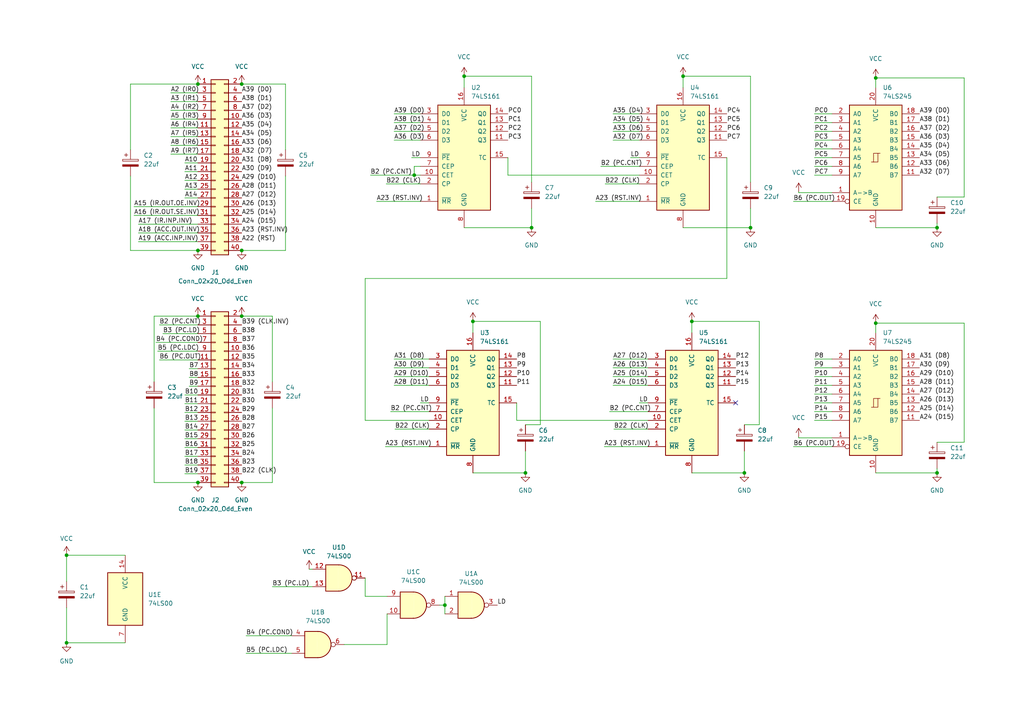
<source format=kicad_sch>
(kicad_sch (version 20211123) (generator eeschema)
  (paper "A4")
  (lib_symbols
    (symbol "74xx:74LS00" (pin_names (offset 1.016))
      (property "Reference" "U" (at 0 1.27 0))
      (property "Value" "74LS00" (at 0 -1.27 0))
      (symbol "74LS00_1_1"
        (arc (start 0 -3.81) (mid 3.81 0) (end 0 3.81) (stroke (width 0.254)) (fill (type background)))
        (polyline (pts (xy 0 3.81) (xy -3.81 3.81) (xy -3.81 -3.81) (xy 0 -3.81)) (stroke (width 0.254)) (fill (type background)))
        (pin input line (at -7.62 2.54 0) (length 3.81) (name "~") (number "1"))
        (pin input line (at -7.62 -2.54 0) (length 3.81) (name "~") (number "2"))
        (pin output inverted (at 7.62 0 180) (length 3.81) (name "~") (number "3"))
      )
      (symbol "74LS00_1_2"
        (arc (start -3.81 -3.81) (mid -2.589 0) (end -3.81 3.81) (stroke (width 0.254)))
        (arc (start -0.6096 -3.81) (mid 2.1855 -2.584) (end 3.81 0) (stroke (width 0.254)) (fill (type background)))
        (polyline (pts (xy -3.81 -3.81) (xy -0.635 -3.81)) (stroke (width 0.254)) (fill (type background)))
        (polyline (pts (xy -3.81 3.81) (xy -0.635 3.81)) (stroke (width 0.254)) (fill (type background)))
        (polyline (pts (xy -0.635 3.81) (xy -3.81 3.81) (xy -3.81 3.81) (xy -3.556 3.4036) (xy -3.0226 2.2606) (xy -2.6924 1.0414) (xy -2.6162 -0.254) (xy -2.7686 -1.4986) (xy -3.175 -2.7178) (xy -3.81 -3.81) (xy -3.81 -3.81) (xy -0.635 -3.81)) (stroke (width -25.4)) (fill (type background)))
        (arc (start 3.81 0) (mid 2.1928 2.5925) (end -0.6096 3.81) (stroke (width 0.254)) (fill (type background)))
        (pin input inverted (at -7.62 2.54 0) (length 4.318) (name "~") (number "1"))
        (pin input inverted (at -7.62 -2.54 0) (length 4.318) (name "~") (number "2"))
        (pin output line (at 7.62 0 180) (length 3.81) (name "~") (number "3"))
      )
      (symbol "74LS00_2_1"
        (arc (start 0 -3.81) (mid 3.81 0) (end 0 3.81) (stroke (width 0.254)) (fill (type background)))
        (polyline (pts (xy 0 3.81) (xy -3.81 3.81) (xy -3.81 -3.81) (xy 0 -3.81)) (stroke (width 0.254)) (fill (type background)))
        (pin input line (at -7.62 2.54 0) (length 3.81) (name "~") (number "4"))
        (pin input line (at -7.62 -2.54 0) (length 3.81) (name "~") (number "5"))
        (pin output inverted (at 7.62 0 180) (length 3.81) (name "~") (number "6"))
      )
      (symbol "74LS00_2_2"
        (arc (start -3.81 -3.81) (mid -2.589 0) (end -3.81 3.81) (stroke (width 0.254)))
        (arc (start -0.6096 -3.81) (mid 2.1855 -2.584) (end 3.81 0) (stroke (width 0.254)) (fill (type background)))
        (polyline (pts (xy -3.81 -3.81) (xy -0.635 -3.81)) (stroke (width 0.254)) (fill (type background)))
        (polyline (pts (xy -3.81 3.81) (xy -0.635 3.81)) (stroke (width 0.254)) (fill (type background)))
        (polyline (pts (xy -0.635 3.81) (xy -3.81 3.81) (xy -3.81 3.81) (xy -3.556 3.4036) (xy -3.0226 2.2606) (xy -2.6924 1.0414) (xy -2.6162 -0.254) (xy -2.7686 -1.4986) (xy -3.175 -2.7178) (xy -3.81 -3.81) (xy -3.81 -3.81) (xy -0.635 -3.81)) (stroke (width -25.4)) (fill (type background)))
        (arc (start 3.81 0) (mid 2.1928 2.5925) (end -0.6096 3.81) (stroke (width 0.254)) (fill (type background)))
        (pin input inverted (at -7.62 2.54 0) (length 4.318) (name "~") (number "4"))
        (pin input inverted (at -7.62 -2.54 0) (length 4.318) (name "~") (number "5"))
        (pin output line (at 7.62 0 180) (length 3.81) (name "~") (number "6"))
      )
      (symbol "74LS00_3_1"
        (arc (start 0 -3.81) (mid 3.81 0) (end 0 3.81) (stroke (width 0.254)) (fill (type background)))
        (polyline (pts (xy 0 3.81) (xy -3.81 3.81) (xy -3.81 -3.81) (xy 0 -3.81)) (stroke (width 0.254)) (fill (type background)))
        (pin input line (at -7.62 -2.54 0) (length 3.81) (name "~") (number "10"))
        (pin output inverted (at 7.62 0 180) (length 3.81) (name "~") (number "8"))
        (pin input line (at -7.62 2.54 0) (length 3.81) (name "~") (number "9"))
      )
      (symbol "74LS00_3_2"
        (arc (start -3.81 -3.81) (mid -2.589 0) (end -3.81 3.81) (stroke (width 0.254)))
        (arc (start -0.6096 -3.81) (mid 2.1855 -2.584) (end 3.81 0) (stroke (width 0.254)) (fill (type background)))
        (polyline (pts (xy -3.81 -3.81) (xy -0.635 -3.81)) (stroke (width 0.254)) (fill (type background)))
        (polyline (pts (xy -3.81 3.81) (xy -0.635 3.81)) (stroke (width 0.254)) (fill (type background)))
        (polyline (pts (xy -0.635 3.81) (xy -3.81 3.81) (xy -3.81 3.81) (xy -3.556 3.4036) (xy -3.0226 2.2606) (xy -2.6924 1.0414) (xy -2.6162 -0.254) (xy -2.7686 -1.4986) (xy -3.175 -2.7178) (xy -3.81 -3.81) (xy -3.81 -3.81) (xy -0.635 -3.81)) (stroke (width -25.4)) (fill (type background)))
        (arc (start 3.81 0) (mid 2.1928 2.5925) (end -0.6096 3.81) (stroke (width 0.254)) (fill (type background)))
        (pin input inverted (at -7.62 -2.54 0) (length 4.318) (name "~") (number "10"))
        (pin output line (at 7.62 0 180) (length 3.81) (name "~") (number "8"))
        (pin input inverted (at -7.62 2.54 0) (length 4.318) (name "~") (number "9"))
      )
      (symbol "74LS00_4_1"
        (arc (start 0 -3.81) (mid 3.81 0) (end 0 3.81) (stroke (width 0.254)) (fill (type background)))
        (polyline (pts (xy 0 3.81) (xy -3.81 3.81) (xy -3.81 -3.81) (xy 0 -3.81)) (stroke (width 0.254)) (fill (type background)))
        (pin output inverted (at 7.62 0 180) (length 3.81) (name "~") (number "11"))
        (pin input line (at -7.62 2.54 0) (length 3.81) (name "~") (number "12"))
        (pin input line (at -7.62 -2.54 0) (length 3.81) (name "~") (number "13"))
      )
      (symbol "74LS00_4_2"
        (arc (start -3.81 -3.81) (mid -2.589 0) (end -3.81 3.81) (stroke (width 0.254)))
        (arc (start -0.6096 -3.81) (mid 2.1855 -2.584) (end 3.81 0) (stroke (width 0.254)) (fill (type background)))
        (polyline (pts (xy -3.81 -3.81) (xy -0.635 -3.81)) (stroke (width 0.254)) (fill (type background)))
        (polyline (pts (xy -3.81 3.81) (xy -0.635 3.81)) (stroke (width 0.254)) (fill (type background)))
        (polyline (pts (xy -0.635 3.81) (xy -3.81 3.81) (xy -3.81 3.81) (xy -3.556 3.4036) (xy -3.0226 2.2606) (xy -2.6924 1.0414) (xy -2.6162 -0.254) (xy -2.7686 -1.4986) (xy -3.175 -2.7178) (xy -3.81 -3.81) (xy -3.81 -3.81) (xy -0.635 -3.81)) (stroke (width -25.4)) (fill (type background)))
        (arc (start 3.81 0) (mid 2.1928 2.5925) (end -0.6096 3.81) (stroke (width 0.254)) (fill (type background)))
        (pin output line (at 7.62 0 180) (length 3.81) (name "~") (number "11"))
        (pin input inverted (at -7.62 2.54 0) (length 4.318) (name "~") (number "12"))
        (pin input inverted (at -7.62 -2.54 0) (length 4.318) (name "~") (number "13"))
      )
      (symbol "74LS00_5_0"
        (pin power_in line (at 0 12.7 270) (length 5.08) (name "VCC") (number "14"))
        (pin power_in line (at 0 -12.7 90) (length 5.08) (name "GND") (number "7"))
      )
      (symbol "74LS00_5_1"
        (rectangle (start -5.08 7.62) (end 5.08 -7.62) (stroke (width 0.254)) (fill (type background)))
      )
    )
    (symbol "74xx:74LS161" (pin_names (offset 1.016))
      (property "Reference" "U" (at -7.62 16.51 0))
      (property "Value" "74LS161" (at -7.62 -16.51 0))
      (symbol "74LS161_1_0"
        (pin input line (at -12.7 -12.7 0) (length 5.08) (name "~{MR}") (number "1"))
        (pin input line (at -12.7 -5.08 0) (length 5.08) (name "CET") (number "10"))
        (pin output line (at 12.7 5.08 180) (length 5.08) (name "Q3") (number "11"))
        (pin output line (at 12.7 7.62 180) (length 5.08) (name "Q2") (number "12"))
        (pin output line (at 12.7 10.16 180) (length 5.08) (name "Q1") (number "13"))
        (pin output line (at 12.7 12.7 180) (length 5.08) (name "Q0") (number "14"))
        (pin output line (at 12.7 0 180) (length 5.08) (name "TC") (number "15"))
        (pin power_in line (at 0 20.32 270) (length 5.08) (name "VCC") (number "16"))
        (pin input line (at -12.7 -7.62 0) (length 5.08) (name "CP") (number "2"))
        (pin input line (at -12.7 12.7 0) (length 5.08) (name "D0") (number "3"))
        (pin input line (at -12.7 10.16 0) (length 5.08) (name "D1") (number "4"))
        (pin input line (at -12.7 7.62 0) (length 5.08) (name "D2") (number "5"))
        (pin input line (at -12.7 5.08 0) (length 5.08) (name "D3") (number "6"))
        (pin input line (at -12.7 -2.54 0) (length 5.08) (name "CEP") (number "7"))
        (pin power_in line (at 0 -20.32 90) (length 5.08) (name "GND") (number "8"))
        (pin input line (at -12.7 0 0) (length 5.08) (name "~{PE}") (number "9"))
      )
      (symbol "74LS161_1_1"
        (rectangle (start -7.62 15.24) (end 7.62 -15.24) (stroke (width 0.254)) (fill (type background)))
      )
    )
    (symbol "74xx:74LS245" (pin_names (offset 1.016))
      (property "Reference" "U" (at -7.62 16.51 0))
      (property "Value" "74LS245" (at -7.62 -16.51 0))
      (symbol "74LS245_1_0"
        (polyline (pts (xy -0.635 -1.27) (xy -0.635 1.27) (xy 0.635 1.27)))
        (polyline (pts (xy -1.27 -1.27) (xy 0.635 -1.27) (xy 0.635 1.27) (xy 1.27 1.27)))
        (pin input line (at -12.7 -10.16 0) (length 5.08) (name "A->B") (number "1"))
        (pin power_in line (at 0 -20.32 90) (length 5.08) (name "GND") (number "10"))
        (pin tri_state line (at 12.7 -5.08 180) (length 5.08) (name "B7") (number "11"))
        (pin tri_state line (at 12.7 -2.54 180) (length 5.08) (name "B6") (number "12"))
        (pin tri_state line (at 12.7 0 180) (length 5.08) (name "B5") (number "13"))
        (pin tri_state line (at 12.7 2.54 180) (length 5.08) (name "B4") (number "14"))
        (pin tri_state line (at 12.7 5.08 180) (length 5.08) (name "B3") (number "15"))
        (pin tri_state line (at 12.7 7.62 180) (length 5.08) (name "B2") (number "16"))
        (pin tri_state line (at 12.7 10.16 180) (length 5.08) (name "B1") (number "17"))
        (pin tri_state line (at 12.7 12.7 180) (length 5.08) (name "B0") (number "18"))
        (pin input inverted (at -12.7 -12.7 0) (length 5.08) (name "CE") (number "19"))
        (pin tri_state line (at -12.7 12.7 0) (length 5.08) (name "A0") (number "2"))
        (pin power_in line (at 0 20.32 270) (length 5.08) (name "VCC") (number "20"))
        (pin tri_state line (at -12.7 10.16 0) (length 5.08) (name "A1") (number "3"))
        (pin tri_state line (at -12.7 7.62 0) (length 5.08) (name "A2") (number "4"))
        (pin tri_state line (at -12.7 5.08 0) (length 5.08) (name "A3") (number "5"))
        (pin tri_state line (at -12.7 2.54 0) (length 5.08) (name "A4") (number "6"))
        (pin tri_state line (at -12.7 0 0) (length 5.08) (name "A5") (number "7"))
        (pin tri_state line (at -12.7 -2.54 0) (length 5.08) (name "A6") (number "8"))
        (pin tri_state line (at -12.7 -5.08 0) (length 5.08) (name "A7") (number "9"))
      )
      (symbol "74LS245_1_1"
        (rectangle (start -7.62 15.24) (end 7.62 -15.24) (stroke (width 0.254)) (fill (type background)))
      )
    )
    (symbol "Connector_Generic:Conn_02x20_Odd_Even" (pin_names (offset 1.016) hide)
      (property "Reference" "J" (at 1.27 25.4 0))
      (property "Value" "Conn_02x20_Odd_Even" (at 1.27 -27.94 0))
      (symbol "Conn_02x20_Odd_Even_1_1"
        (rectangle (start -1.27 -25.273) (end 0 -25.527) (stroke (width 0.1524)))
        (rectangle (start -1.27 -22.733) (end 0 -22.987) (stroke (width 0.1524)))
        (rectangle (start -1.27 -20.193) (end 0 -20.447) (stroke (width 0.1524)))
        (rectangle (start -1.27 -17.653) (end 0 -17.907) (stroke (width 0.1524)))
        (rectangle (start -1.27 -15.113) (end 0 -15.367) (stroke (width 0.1524)))
        (rectangle (start -1.27 -12.573) (end 0 -12.827) (stroke (width 0.1524)))
        (rectangle (start -1.27 -10.033) (end 0 -10.287) (stroke (width 0.1524)))
        (rectangle (start -1.27 -7.493) (end 0 -7.747) (stroke (width 0.1524)))
        (rectangle (start -1.27 -4.953) (end 0 -5.207) (stroke (width 0.1524)))
        (rectangle (start -1.27 -2.413) (end 0 -2.667) (stroke (width 0.1524)))
        (rectangle (start -1.27 0.127) (end 0 -0.127) (stroke (width 0.1524)))
        (rectangle (start -1.27 2.667) (end 0 2.413) (stroke (width 0.1524)))
        (rectangle (start -1.27 5.207) (end 0 4.953) (stroke (width 0.1524)))
        (rectangle (start -1.27 7.747) (end 0 7.493) (stroke (width 0.1524)))
        (rectangle (start -1.27 10.287) (end 0 10.033) (stroke (width 0.1524)))
        (rectangle (start -1.27 12.827) (end 0 12.573) (stroke (width 0.1524)))
        (rectangle (start -1.27 15.367) (end 0 15.113) (stroke (width 0.1524)))
        (rectangle (start -1.27 17.907) (end 0 17.653) (stroke (width 0.1524)))
        (rectangle (start -1.27 20.447) (end 0 20.193) (stroke (width 0.1524)))
        (rectangle (start -1.27 22.987) (end 0 22.733) (stroke (width 0.1524)))
        (rectangle (start -1.27 24.13) (end 3.81 -26.67) (stroke (width 0.254)) (fill (type background)))
        (rectangle (start 3.81 -25.273) (end 2.54 -25.527) (stroke (width 0.1524)))
        (rectangle (start 3.81 -22.733) (end 2.54 -22.987) (stroke (width 0.1524)))
        (rectangle (start 3.81 -20.193) (end 2.54 -20.447) (stroke (width 0.1524)))
        (rectangle (start 3.81 -17.653) (end 2.54 -17.907) (stroke (width 0.1524)))
        (rectangle (start 3.81 -15.113) (end 2.54 -15.367) (stroke (width 0.1524)))
        (rectangle (start 3.81 -12.573) (end 2.54 -12.827) (stroke (width 0.1524)))
        (rectangle (start 3.81 -10.033) (end 2.54 -10.287) (stroke (width 0.1524)))
        (rectangle (start 3.81 -7.493) (end 2.54 -7.747) (stroke (width 0.1524)))
        (rectangle (start 3.81 -4.953) (end 2.54 -5.207) (stroke (width 0.1524)))
        (rectangle (start 3.81 -2.413) (end 2.54 -2.667) (stroke (width 0.1524)))
        (rectangle (start 3.81 0.127) (end 2.54 -0.127) (stroke (width 0.1524)))
        (rectangle (start 3.81 2.667) (end 2.54 2.413) (stroke (width 0.1524)))
        (rectangle (start 3.81 5.207) (end 2.54 4.953) (stroke (width 0.1524)))
        (rectangle (start 3.81 7.747) (end 2.54 7.493) (stroke (width 0.1524)))
        (rectangle (start 3.81 10.287) (end 2.54 10.033) (stroke (width 0.1524)))
        (rectangle (start 3.81 12.827) (end 2.54 12.573) (stroke (width 0.1524)))
        (rectangle (start 3.81 15.367) (end 2.54 15.113) (stroke (width 0.1524)))
        (rectangle (start 3.81 17.907) (end 2.54 17.653) (stroke (width 0.1524)))
        (rectangle (start 3.81 20.447) (end 2.54 20.193) (stroke (width 0.1524)))
        (rectangle (start 3.81 22.987) (end 2.54 22.733) (stroke (width 0.1524)))
        (pin passive line (at -5.08 22.86 0) (length 3.81) (name "Pin_1") (number "1"))
        (pin passive line (at 7.62 12.7 180) (length 3.81) (name "Pin_10") (number "10"))
        (pin passive line (at -5.08 10.16 0) (length 3.81) (name "Pin_11") (number "11"))
        (pin passive line (at 7.62 10.16 180) (length 3.81) (name "Pin_12") (number "12"))
        (pin passive line (at -5.08 7.62 0) (length 3.81) (name "Pin_13") (number "13"))
        (pin passive line (at 7.62 7.62 180) (length 3.81) (name "Pin_14") (number "14"))
        (pin passive line (at -5.08 5.08 0) (length 3.81) (name "Pin_15") (number "15"))
        (pin passive line (at 7.62 5.08 180) (length 3.81) (name "Pin_16") (number "16"))
        (pin passive line (at -5.08 2.54 0) (length 3.81) (name "Pin_17") (number "17"))
        (pin passive line (at 7.62 2.54 180) (length 3.81) (name "Pin_18") (number "18"))
        (pin passive line (at -5.08 0 0) (length 3.81) (name "Pin_19") (number "19"))
        (pin passive line (at 7.62 22.86 180) (length 3.81) (name "Pin_2") (number "2"))
        (pin passive line (at 7.62 0 180) (length 3.81) (name "Pin_20") (number "20"))
        (pin passive line (at -5.08 -2.54 0) (length 3.81) (name "Pin_21") (number "21"))
        (pin passive line (at 7.62 -2.54 180) (length 3.81) (name "Pin_22") (number "22"))
        (pin passive line (at -5.08 -5.08 0) (length 3.81) (name "Pin_23") (number "23"))
        (pin passive line (at 7.62 -5.08 180) (length 3.81) (name "Pin_24") (number "24"))
        (pin passive line (at -5.08 -7.62 0) (length 3.81) (name "Pin_25") (number "25"))
        (pin passive line (at 7.62 -7.62 180) (length 3.81) (name "Pin_26") (number "26"))
        (pin passive line (at -5.08 -10.16 0) (length 3.81) (name "Pin_27") (number "27"))
        (pin passive line (at 7.62 -10.16 180) (length 3.81) (name "Pin_28") (number "28"))
        (pin passive line (at -5.08 -12.7 0) (length 3.81) (name "Pin_29") (number "29"))
        (pin passive line (at -5.08 20.32 0) (length 3.81) (name "Pin_3") (number "3"))
        (pin passive line (at 7.62 -12.7 180) (length 3.81) (name "Pin_30") (number "30"))
        (pin passive line (at -5.08 -15.24 0) (length 3.81) (name "Pin_31") (number "31"))
        (pin passive line (at 7.62 -15.24 180) (length 3.81) (name "Pin_32") (number "32"))
        (pin passive line (at -5.08 -17.78 0) (length 3.81) (name "Pin_33") (number "33"))
        (pin passive line (at 7.62 -17.78 180) (length 3.81) (name "Pin_34") (number "34"))
        (pin passive line (at -5.08 -20.32 0) (length 3.81) (name "Pin_35") (number "35"))
        (pin passive line (at 7.62 -20.32 180) (length 3.81) (name "Pin_36") (number "36"))
        (pin passive line (at -5.08 -22.86 0) (length 3.81) (name "Pin_37") (number "37"))
        (pin passive line (at 7.62 -22.86 180) (length 3.81) (name "Pin_38") (number "38"))
        (pin passive line (at -5.08 -25.4 0) (length 3.81) (name "Pin_39") (number "39"))
        (pin passive line (at 7.62 20.32 180) (length 3.81) (name "Pin_4") (number "4"))
        (pin passive line (at 7.62 -25.4 180) (length 3.81) (name "Pin_40") (number "40"))
        (pin passive line (at -5.08 17.78 0) (length 3.81) (name "Pin_5") (number "5"))
        (pin passive line (at 7.62 17.78 180) (length 3.81) (name "Pin_6") (number "6"))
        (pin passive line (at -5.08 15.24 0) (length 3.81) (name "Pin_7") (number "7"))
        (pin passive line (at 7.62 15.24 180) (length 3.81) (name "Pin_8") (number "8"))
        (pin passive line (at -5.08 12.7 0) (length 3.81) (name "Pin_9") (number "9"))
      )
    )
    (symbol "Device:C_Polarized" (pin_numbers hide) (pin_names (offset 0.254))
      (property "Reference" "C" (at 0.635 2.54 0))
      (property "Value" "C_Polarized" (at 0.635 -2.54 0))
      (symbol "C_Polarized_0_1"
        (rectangle (start -2.286 0.508) (end 2.286 1.016))
        (polyline (pts (xy -1.778 2.286) (xy -0.762 2.286)))
        (polyline (pts (xy -1.27 2.794) (xy -1.27 1.778)))
        (rectangle (start 2.286 -0.508) (end -2.286 -1.016) (fill (type outline)))
      )
      (symbol "C_Polarized_1_1"
        (pin passive line (at 0 3.81 270) (length 2.794) (name "~") (number "1"))
        (pin passive line (at 0 -3.81 90) (length 2.794) (name "~") (number "2"))
      )
    )
    (symbol "power:GND" (power) (pin_names (offset 0))
      (property "Value" "GND" (at 0 -3.81 0))
      (symbol "GND_0_1"
        (polyline (pts (xy 0 0) (xy 0 -1.27) (xy 1.27 -1.27) (xy 0 -2.54) (xy -1.27 -1.27) (xy 0 -1.27)))
      )
      (symbol "GND_1_1"
        (pin power_in line (at 0 0 270) (length 0) hide (name "GND") (number "1"))
      )
    )
    (symbol "power:VCC" (power) (pin_names (offset 0))
      (property "Value" "VCC" (at 0 3.81 0))
      (symbol "VCC_0_1"
        (polyline (pts (xy -0.762 1.27) (xy 0 2.54)))
        (polyline (pts (xy 0 0) (xy 0 2.54)))
        (polyline (pts (xy 0 2.54) (xy 0.762 1.27)))
      )
      (symbol "VCC_1_1"
        (pin power_in line (at 0 0 90) (length 0) hide (name "VCC") (number "1"))
      )
    )
  )
  (junction (at 19.304 161.036))
  (junction (at 70.104 91.694))
  (junction (at 200.66 93.218))
  (junction (at 154.178 66.04))
  (junction (at 70.104 139.954))
  (junction (at 120.142 50.8))
  (junction (at 198.12 22.098))
  (junction (at 57.404 72.644))
  (junction (at 271.78 66.04))
  (junction (at 215.9 137.16))
  (junction (at 134.62 22.098))
  (junction (at 19.304 186.436))
  (junction (at 271.78 137.16))
  (junction (at 129.032 175.514))
  (junction (at 137.16 93.218))
  (junction (at 254 22.606))
  (junction (at 57.404 24.384))
  (junction (at 57.404 139.954))
  (junction (at 57.404 91.694))
  (junction (at 70.104 72.644))
  (junction (at 70.104 24.384))
  (junction (at 217.678 66.04))
  (junction (at 254 93.726))
  (junction (at 152.4 137.16))
  (no_connect (at 213.36 116.84))
  (wire (pts (xy 177.8 40.64) (xy 185.42 40.64)))
  (wire (pts (xy 114.3 104.14) (xy 124.46 104.14)))
  (wire (pts (xy 231.648 55.88) (xy 231.648 55.626)))
  (wire (pts (xy 271.78 137.16) (xy 271.78 135.89)))
  (wire (pts (xy 114.3 106.68) (xy 124.46 106.68)))
  (wire (pts (xy 134.62 22.098) (xy 154.178 22.098)))
  (wire (pts (xy 19.304 161.036) (xy 36.322 161.036)))
  (wire (pts (xy 279.654 22.606) (xy 279.654 57.15)))
  (wire (pts (xy 53.594 137.414) (xy 57.404 137.414)))
  (wire (pts (xy 107.442 50.8) (xy 120.142 50.8)))
  (wire (pts (xy 254 22.606) (xy 279.654 22.606)))
  (wire (pts (xy 198.12 25.4) (xy 198.12 22.098)))
  (wire (pts (xy 82.804 24.384) (xy 82.804 43.434)))
  (wire (pts (xy 254 25.4) (xy 254 22.606)))
  (wire (pts (xy 236.22 114.3) (xy 241.3 114.3)))
  (wire (pts (xy 53.594 124.714) (xy 57.404 124.714)))
  (wire (pts (xy 129.032 175.514) (xy 129.032 178.054)))
  (wire (pts (xy 45.212 99.314) (xy 57.404 99.314)))
  (wire (pts (xy 149.86 121.92) (xy 187.96 121.92)))
  (wire (pts (xy 185.42 116.84) (xy 187.96 116.84)))
  (wire (pts (xy 175.514 53.34) (xy 185.42 53.34)))
  (wire (pts (xy 40.132 70.104) (xy 57.404 70.104)))
  (wire (pts (xy 215.9 137.16) (xy 215.9 130.81)))
  (wire (pts (xy 236.22 48.26) (xy 241.3 48.26)))
  (wire (pts (xy 70.104 91.694) (xy 78.994 91.694)))
  (wire (pts (xy 220.218 93.218) (xy 220.218 123.19)))
  (wire (pts (xy 236.22 111.76) (xy 241.3 111.76)))
  (wire (pts (xy 236.22 121.92) (xy 241.3 121.92)))
  (wire (pts (xy 49.53 34.544) (xy 57.404 34.544)))
  (wire (pts (xy 53.594 127.254) (xy 57.404 127.254)))
  (wire (pts (xy 49.53 26.924) (xy 57.404 26.924)))
  (wire (pts (xy 279.654 128.27) (xy 271.78 128.27)))
  (wire (pts (xy 19.304 176.276) (xy 19.304 186.436)))
  (wire (pts (xy 210.82 45.72) (xy 210.82 80.772)))
  (wire (pts (xy 120.142 48.26) (xy 121.92 48.26)))
  (wire (pts (xy 70.104 72.644) (xy 82.804 72.644)))
  (wire (pts (xy 156.718 123.19) (xy 152.4 123.19)))
  (wire (pts (xy 241.3 127) (xy 231.648 127)))
  (wire (pts (xy 49.53 39.624) (xy 57.404 39.624)))
  (wire (pts (xy 177.8 35.56) (xy 185.42 35.56)))
  (wire (pts (xy 182.88 45.72) (xy 185.42 45.72)))
  (wire (pts (xy 149.86 116.84) (xy 149.86 121.92)))
  (wire (pts (xy 114.3 109.22) (xy 124.46 109.22)))
  (wire (pts (xy 78.994 139.954) (xy 78.994 118.364)))
  (wire (pts (xy 236.22 116.84) (xy 241.3 116.84)))
  (wire (pts (xy 152.4 137.16) (xy 152.4 130.81)))
  (wire (pts (xy 53.594 49.784) (xy 57.404 49.784)))
  (wire (pts (xy 19.304 186.436) (xy 36.322 186.436)))
  (wire (pts (xy 19.304 168.656) (xy 19.304 161.036)))
  (wire (pts (xy 105.918 172.974) (xy 112.268 172.974)))
  (wire (pts (xy 210.82 80.772) (xy 105.918 80.772)))
  (wire (pts (xy 176.784 119.38) (xy 187.96 119.38)))
  (wire (pts (xy 120.142 50.8) (xy 121.92 50.8)))
  (wire (pts (xy 44.704 118.364) (xy 44.704 139.954)))
  (wire (pts (xy 44.704 110.744) (xy 44.704 91.694)))
  (wire (pts (xy 105.918 167.64) (xy 105.918 172.974)))
  (wire (pts (xy 37.846 72.644) (xy 57.404 72.644)))
  (wire (pts (xy 70.104 139.954) (xy 78.994 139.954)))
  (wire (pts (xy 54.864 112.014) (xy 57.404 112.014)))
  (wire (pts (xy 127.508 175.514) (xy 129.032 175.514)))
  (wire (pts (xy 200.66 96.52) (xy 200.66 93.218)))
  (wire (pts (xy 236.22 38.1) (xy 241.3 38.1)))
  (wire (pts (xy 114.3 111.76) (xy 124.46 111.76)))
  (wire (pts (xy 137.16 93.218) (xy 156.718 93.218)))
  (wire (pts (xy 177.8 104.14) (xy 187.96 104.14)))
  (wire (pts (xy 254 66.04) (xy 271.78 66.04)))
  (wire (pts (xy 54.864 109.474) (xy 57.404 109.474)))
  (wire (pts (xy 37.846 43.434) (xy 37.846 24.384)))
  (wire (pts (xy 279.654 57.15) (xy 271.78 57.15)))
  (wire (pts (xy 236.22 119.38) (xy 241.3 119.38)))
  (wire (pts (xy 177.8 111.76) (xy 187.96 111.76)))
  (wire (pts (xy 109.22 58.42) (xy 121.92 58.42)))
  (wire (pts (xy 53.594 122.174) (xy 57.404 122.174)))
  (wire (pts (xy 271.78 66.04) (xy 271.78 64.77)))
  (wire (pts (xy 71.374 189.484) (xy 84.582 189.484)))
  (wire (pts (xy 38.862 62.484) (xy 57.404 62.484)))
  (wire (pts (xy 114.3 38.1) (xy 121.92 38.1)))
  (wire (pts (xy 114.3 40.64) (xy 121.92 40.64)))
  (wire (pts (xy 147.32 45.72) (xy 147.32 50.8)))
  (wire (pts (xy 236.22 106.68) (xy 241.3 106.68)))
  (wire (pts (xy 44.704 139.954) (xy 57.404 139.954)))
  (wire (pts (xy 44.704 91.694) (xy 57.404 91.694)))
  (wire (pts (xy 37.846 24.384) (xy 57.404 24.384)))
  (wire (pts (xy 53.594 52.324) (xy 57.404 52.324)))
  (wire (pts (xy 121.92 116.84) (xy 124.46 116.84)))
  (wire (pts (xy 53.594 54.864) (xy 57.404 54.864)))
  (wire (pts (xy 220.218 123.19) (xy 215.9 123.19)))
  (wire (pts (xy 177.8 109.22) (xy 187.96 109.22)))
  (wire (pts (xy 230.124 58.42) (xy 241.3 58.42)))
  (wire (pts (xy 198.12 66.04) (xy 217.678 66.04)))
  (wire (pts (xy 71.374 184.404) (xy 84.582 184.404)))
  (wire (pts (xy 147.32 50.8) (xy 185.42 50.8)))
  (wire (pts (xy 230.124 129.54) (xy 241.3 129.54)))
  (wire (pts (xy 200.66 137.16) (xy 215.9 137.16)))
  (wire (pts (xy 177.8 106.68) (xy 187.96 106.68)))
  (wire (pts (xy 241.3 55.88) (xy 231.648 55.88)))
  (wire (pts (xy 89.662 165.1) (xy 90.678 165.1)))
  (wire (pts (xy 53.594 114.554) (xy 57.404 114.554)))
  (wire (pts (xy 49.53 44.704) (xy 57.404 44.704)))
  (wire (pts (xy 254 96.52) (xy 254 93.726)))
  (wire (pts (xy 105.918 121.92) (xy 124.46 121.92)))
  (wire (pts (xy 254 137.16) (xy 271.78 137.16)))
  (wire (pts (xy 236.22 33.02) (xy 241.3 33.02)))
  (wire (pts (xy 49.53 42.164) (xy 57.404 42.164)))
  (wire (pts (xy 178.054 124.46) (xy 187.96 124.46)))
  (wire (pts (xy 279.654 93.726) (xy 279.654 128.27)))
  (wire (pts (xy 236.22 50.8) (xy 241.3 50.8)))
  (wire (pts (xy 175.26 129.54) (xy 187.96 129.54)))
  (wire (pts (xy 53.594 119.634) (xy 57.404 119.634)))
  (wire (pts (xy 53.594 132.334) (xy 57.404 132.334)))
  (wire (pts (xy 198.12 22.098) (xy 217.678 22.098)))
  (wire (pts (xy 156.718 93.218) (xy 156.718 123.19)))
  (wire (pts (xy 236.22 104.14) (xy 241.3 104.14)))
  (wire (pts (xy 134.62 66.04) (xy 154.178 66.04)))
  (wire (pts (xy 53.594 134.874) (xy 57.404 134.874)))
  (wire (pts (xy 236.22 43.18) (xy 241.3 43.18)))
  (wire (pts (xy 46.228 104.394) (xy 57.404 104.394)))
  (wire (pts (xy 217.678 22.098) (xy 217.678 52.832)))
  (wire (pts (xy 114.3 33.02) (xy 121.92 33.02)))
  (wire (pts (xy 137.16 137.16) (xy 152.4 137.16)))
  (wire (pts (xy 53.594 117.094) (xy 57.404 117.094)))
  (wire (pts (xy 217.678 60.452) (xy 217.678 66.04)))
  (wire (pts (xy 236.22 109.22) (xy 241.3 109.22)))
  (wire (pts (xy 254 93.726) (xy 279.654 93.726)))
  (wire (pts (xy 174.244 48.26) (xy 185.42 48.26)))
  (wire (pts (xy 45.72 101.854) (xy 57.404 101.854)))
  (wire (pts (xy 134.62 25.4) (xy 134.62 22.098)))
  (wire (pts (xy 70.104 24.384) (xy 82.804 24.384)))
  (wire (pts (xy 49.53 37.084) (xy 57.404 37.084)))
  (wire (pts (xy 78.994 91.694) (xy 78.994 110.744)))
  (wire (pts (xy 46.228 94.234) (xy 57.404 94.234)))
  (wire (pts (xy 236.22 40.64) (xy 241.3 40.64)))
  (wire (pts (xy 40.132 67.564) (xy 57.404 67.564)))
  (wire (pts (xy 111.76 129.54) (xy 124.46 129.54)))
  (wire (pts (xy 37.846 51.054) (xy 37.846 72.644)))
  (wire (pts (xy 47.244 96.774) (xy 57.404 96.774)))
  (wire (pts (xy 53.594 47.244) (xy 57.404 47.244)))
  (wire (pts (xy 112.268 186.944) (xy 112.268 178.054)))
  (wire (pts (xy 49.53 29.464) (xy 57.404 29.464)))
  (wire (pts (xy 154.178 60.452) (xy 154.178 66.04)))
  (wire (pts (xy 137.16 96.52) (xy 137.16 93.218)))
  (wire (pts (xy 114.554 124.46) (xy 124.46 124.46)))
  (wire (pts (xy 129.032 172.974) (xy 129.032 175.514)))
  (wire (pts (xy 236.22 35.56) (xy 241.3 35.56)))
  (wire (pts (xy 114.3 35.56) (xy 121.92 35.56)))
  (wire (pts (xy 120.142 50.8) (xy 120.142 48.26)))
  (wire (pts (xy 112.014 53.34) (xy 121.92 53.34)))
  (wire (pts (xy 177.8 33.02) (xy 185.42 33.02)))
  (wire (pts (xy 154.178 22.098) (xy 154.178 52.832)))
  (wire (pts (xy 78.994 170.18) (xy 90.678 170.18)))
  (wire (pts (xy 119.38 45.72) (xy 121.92 45.72)))
  (wire (pts (xy 40.132 65.024) (xy 57.404 65.024)))
  (wire (pts (xy 82.804 72.644) (xy 82.804 51.054)))
  (wire (pts (xy 53.594 129.794) (xy 57.404 129.794)))
  (wire (pts (xy 49.53 32.004) (xy 57.404 32.004)))
  (wire (pts (xy 99.822 186.944) (xy 112.268 186.944)))
  (wire (pts (xy 236.22 45.72) (xy 241.3 45.72)))
  (wire (pts (xy 172.72 58.42) (xy 185.42 58.42)))
  (wire (pts (xy 105.918 80.772) (xy 105.918 121.92)))
  (wire (pts (xy 38.862 59.944) (xy 57.404 59.944)))
  (wire (pts (xy 177.8 38.1) (xy 185.42 38.1)))
  (wire (pts (xy 53.594 57.404) (xy 57.404 57.404)))
  (wire (pts (xy 113.284 119.38) (xy 124.46 119.38)))
  (wire (pts (xy 54.864 106.934) (xy 57.404 106.934)))
  (wire (pts (xy 231.648 127) (xy 231.648 126.746)))
  (wire (pts (xy 200.66 93.218) (xy 220.218 93.218)))
  (label "A25 (D14)" (at 177.8 109.22 0))
  (label "A32 (D7)" (at 177.8 40.64 0))
  (label "B19" (at 53.594 137.414 0))
  (label "PC6" (at 236.22 48.26 0))
  (label "P12" (at 213.36 104.14 0))
  (label "B7" (at 54.864 106.934 0))
  (label "A11" (at 53.594 49.784 0))
  (label "P11" (at 236.22 111.76 0))
  (label "PC7" (at 210.82 40.64 0))
  (label "PC5" (at 210.82 35.56 0))
  (label "A39 (D0)" (at 114.3 33.02 0))
  (label "A32 (D7)" (at 266.7 50.8 0))
  (label "A5 (IR3)" (at 49.53 34.544 0))
  (label "B27" (at 70.104 124.714 0))
  (label "B29" (at 70.104 119.634 0))
  (label "A35 (D4)" (at 70.104 37.084 0))
  (label "A24 (D15)" (at 70.104 65.024 0))
  (label "PC7" (at 236.22 50.8 0))
  (label "B2 (PC.CNT)" (at 176.784 119.38 0))
  (label "B30" (at 70.104 117.094 0))
  (label "A33 (D6)" (at 266.7 48.26 0))
  (label "PC5" (at 236.22 45.72 0))
  (label "A13" (at 53.594 54.864 0))
  (label "A6 (IR4)" (at 49.53 37.084 0))
  (label "PC0" (at 147.32 33.02 0))
  (label "B14" (at 53.594 124.714 0))
  (label "A29 (D10)" (at 114.3 109.22 0))
  (label "A23 (RST.INV)" (at 70.104 67.564 0))
  (label "LD" (at 182.88 45.72 0))
  (label "B13" (at 53.594 122.174 0))
  (label "P12" (at 236.22 114.3 0))
  (label "A23 (RST.INV)" (at 175.26 129.54 0))
  (label "B6 (PC.OUT)" (at 230.124 129.54 0))
  (label "A3 (IR1)" (at 49.53 29.464 0))
  (label "A33 (D6)" (at 70.104 42.164 0))
  (label "PC1" (at 147.32 35.56 0))
  (label "A26 (D13)" (at 266.7 116.84 0))
  (label "LD" (at 144.272 175.514 0))
  (label "B11" (at 53.594 117.094 0))
  (label "P13" (at 236.22 116.84 0))
  (label "B3 (PC.LD)" (at 78.994 170.18 0))
  (label "B4 (PC.COND)" (at 71.374 184.404 0))
  (label "B15" (at 53.594 127.254 0))
  (label "A26 (D13)" (at 70.104 59.944 0))
  (label "A31 (D8)" (at 70.104 47.244 0))
  (label "B2 (PC.CNT)" (at 46.228 94.234 0))
  (label "LD" (at 121.92 116.84 0))
  (label "A35 (D4)" (at 177.8 33.02 0))
  (label "A30 (D9)" (at 266.7 106.68 0))
  (label "B32" (at 70.104 112.014 0))
  (label "B17" (at 53.594 132.334 0))
  (label "PC1" (at 236.22 35.56 0))
  (label "P15" (at 236.22 121.92 0))
  (label "A19 (ACC.INP.INV)" (at 40.132 70.104 0))
  (label "A27 (D12)" (at 266.7 114.3 0))
  (label "B36" (at 70.104 101.854 0))
  (label "B22 (CLK)" (at 114.554 124.46 0))
  (label "A9 (IR7)" (at 49.53 44.704 0))
  (label "B22 (CLK)" (at 112.014 53.34 0))
  (label "B26" (at 70.104 127.254 0))
  (label "P14" (at 213.36 109.22 0))
  (label "P8" (at 149.86 104.14 0))
  (label "A23 (RST.INV)" (at 172.72 58.42 0))
  (label "A36 (D3)" (at 266.7 40.64 0))
  (label "A7 (IR5)" (at 49.53 39.624 0))
  (label "B18" (at 53.594 134.874 0))
  (label "A16 (IR.OUT.SE.INV)" (at 38.862 62.484 0))
  (label "A39 (D0)" (at 266.7 33.02 0))
  (label "P14" (at 236.22 119.38 0))
  (label "A33 (D6)" (at 177.8 38.1 0))
  (label "B10" (at 53.594 114.554 0))
  (label "P10" (at 236.22 109.22 0))
  (label "A25 (D14)" (at 266.7 119.38 0))
  (label "A29 (D10)" (at 70.104 52.324 0))
  (label "P9" (at 236.22 106.68 0))
  (label "A32 (D7)" (at 70.104 44.704 0))
  (label "LD" (at 185.42 116.84 0))
  (label "B9" (at 54.864 112.014 0))
  (label "PC3" (at 147.32 40.64 0))
  (label "B2 (PC.CNT)" (at 174.244 48.26 0))
  (label "B22 (CLK)" (at 70.104 137.414 0))
  (label "A17 (IR.INP.INV)" (at 40.132 65.024 0))
  (label "P15" (at 213.36 111.76 0))
  (label "A22 (RST)" (at 70.104 70.104 0))
  (label "P11" (at 149.86 111.76 0))
  (label "B37" (at 70.104 99.314 0))
  (label "A34 (D5)" (at 177.8 35.56 0))
  (label "PC6" (at 210.82 38.1 0))
  (label "A38 (D1)" (at 114.3 35.56 0))
  (label "A29 (D10)" (at 266.7 109.22 0))
  (label "B34" (at 70.104 106.934 0))
  (label "B24" (at 70.104 132.334 0))
  (label "PC2" (at 147.32 38.1 0))
  (label "A39 (D0)" (at 70.104 26.924 0))
  (label "A4 (IR2)" (at 49.53 32.004 0))
  (label "A24 (D15)" (at 177.8 111.76 0))
  (label "B38" (at 70.104 96.774 0))
  (label "B22 (CLK)" (at 178.054 124.46 0))
  (label "A27 (D12)" (at 177.8 104.14 0))
  (label "A38 (D1)" (at 266.7 35.56 0))
  (label "A36 (D3)" (at 114.3 40.64 0))
  (label "P13" (at 213.36 106.68 0))
  (label "B22 (CLK)" (at 175.514 53.34 0))
  (label "A37 (D2)" (at 114.3 38.1 0))
  (label "LD" (at 119.38 45.72 0))
  (label "B25" (at 70.104 129.794 0))
  (label "B5 (PC.LDC)" (at 45.72 101.854 0))
  (label "PC3" (at 236.22 40.64 0))
  (label "A23 (RST.INV)" (at 109.22 58.42 0))
  (label "PC4" (at 210.82 33.02 0))
  (label "A31 (D8)" (at 114.3 104.14 0))
  (label "B31" (at 70.104 114.554 0))
  (label "A27 (D12)" (at 70.104 57.404 0))
  (label "B23" (at 70.104 134.874 0))
  (label "A18 (ACC.OUT.INV)" (at 40.132 67.564 0))
  (label "PC2" (at 236.22 38.1 0))
  (label "B3 (PC.LD)" (at 47.244 96.774 0))
  (label "A34 (D5)" (at 70.104 39.624 0))
  (label "B8" (at 54.864 109.474 0))
  (label "B28" (at 70.104 122.174 0))
  (label "B2 (PC.CNT)" (at 107.442 50.8 0))
  (label "A30 (D9)" (at 114.3 106.68 0))
  (label "A23 (RST.INV)" (at 111.76 129.54 0))
  (label "P8" (at 236.22 104.14 0))
  (label "A38 (D1)" (at 70.104 29.464 0))
  (label "A28 (D11)" (at 70.104 54.864 0))
  (label "A2 (IR0)" (at 49.53 26.924 0))
  (label "B4 (PC.COND)" (at 45.212 99.314 0))
  (label "A31 (D8)" (at 266.7 104.14 0))
  (label "B2 (PC.CNT)" (at 113.284 119.38 0))
  (label "A37 (D2)" (at 70.104 32.004 0))
  (label "A35 (D4)" (at 266.7 43.18 0))
  (label "A15 (IR.OUT.OE.INV)" (at 38.862 59.944 0))
  (label "PC0" (at 236.22 33.02 0))
  (label "A26 (D13)" (at 177.8 106.68 0))
  (label "B12" (at 53.594 119.634 0))
  (label "B5 (PC.LDC)" (at 71.374 189.484 0))
  (label "A14" (at 53.594 57.404 0))
  (label "P10" (at 149.86 109.22 0))
  (label "A24 (D15)" (at 266.7 121.92 0))
  (label "A28 (D11)" (at 266.7 111.76 0))
  (label "B6 (PC.OUT)" (at 230.124 58.42 0))
  (label "A37 (D2)" (at 266.7 38.1 0))
  (label "B35" (at 70.104 104.394 0))
  (label "A8 (IR6)" (at 49.53 42.164 0))
  (label "B6 (PC.OUT)" (at 46.228 104.394 0))
  (label "B39 (CLK.INV)" (at 70.104 94.234 0))
  (label "A30 (D9)" (at 70.104 49.784 0))
  (label "PC4" (at 236.22 43.18 0))
  (label "A36 (D3)" (at 70.104 34.544 0))
  (label "B16" (at 53.594 129.794 0))
  (label "A12" (at 53.594 52.324 0))
  (label "A34 (D5)" (at 266.7 45.72 0))
  (label "P9" (at 149.86 106.68 0))
  (label "B33" (at 70.104 109.474 0))
  (label "A25 (D14)" (at 70.104 62.484 0))
  (label "A28 (D11)" (at 114.3 111.76 0))
  (label "A10" (at 53.594 47.244 0))
  (symbol (lib_id "power:GND") (at 154.178 66.04 0) (unit 1)
    (property "Reference" "#PWR015" (effects hide))
    (property "Value" "GND" (at 154.178 71.12 0))
  )
  (symbol (lib_id "Device:C_Polarized") (at 217.678 56.642 0) (unit 1)
    (property "Reference" "C9" (at 221.488 54.4829 0) (effects (justify left)))
    (property "Value" "22uf" (at 221.488 57.0229 0) (effects (justify left)))
    (property "Footprint" "Capacitor_THT:CP_Radial_D4.0mm_P2.00mm" (effects hide))
  )
  (symbol (lib_id "Device:C_Polarized") (at 37.846 47.244 0) (unit 1)
    (property "Reference" "C2" (at 41.656 45.0849 0) (effects (justify left)))
    (property "Value" "22uf" (at 41.656 47.6249 0) (effects (justify left)))
    (property "Footprint" "Capacitor_THT:CP_Radial_D4.0mm_P2.00mm" (effects hide))
  )
  (symbol (lib_id "Device:C_Polarized") (at 152.4 127 0) (unit 1)
    (property "Reference" "C6" (at 156.21 124.8409 0) (effects (justify left)))
    (property "Value" "22uf" (at 156.21 127.3809 0) (effects (justify left)))
    (property "Footprint" "Capacitor_THT:CP_Radial_D4.0mm_P2.00mm" (effects hide))
  )
  (symbol (lib_id "power:GND") (at 70.104 139.954 0) (unit 1)
    (property "Reference" "#PWR010" (effects hide))
    (property "Value" "GND" (at 70.104 145.034 0))
  )
  (symbol (lib_id "power:GND") (at 70.104 72.644 0) (unit 1)
    (property "Reference" "#PWR08" (effects hide))
    (property "Value" "GND" (at 70.104 77.724 0))
  )
  (symbol (lib_id "Device:C_Polarized") (at 19.304 172.466 0) (unit 1)
    (property "Reference" "C1" (at 23.114 170.3069 0) (effects (justify left)))
    (property "Value" "22uf" (at 23.114 172.8469 0) (effects (justify left)))
    (property "Footprint" "Capacitor_THT:CP_Radial_D4.0mm_P2.00mm" (effects hide))
  )
  (symbol (lib_id "power:VCC") (at 231.648 55.626 0) (unit 1)
    (property "Reference" "#PWR020" (effects hide))
    (property "Value" "VCC" (at 231.648 50.038 0))
  )
  (symbol (lib_id "power:VCC") (at 254 93.726 0) (unit 1)
    (property "Reference" "#PWR023" (effects hide))
    (property "Value" "VCC" (at 254 88.138 0))
  )
  (symbol (lib_id "power:VCC") (at 134.62 22.098 0) (unit 1)
    (property "Reference" "#PWR012" (effects hide))
    (property "Value" "VCC" (at 134.62 16.51 0))
  )
  (symbol (lib_id "power:VCC") (at 254 22.606 0) (unit 1)
    (property "Reference" "#PWR022" (effects hide))
    (property "Value" "VCC" (at 254 17.018 0))
  )
  (symbol (lib_id "power:GND") (at 215.9 137.16 0) (unit 1)
    (property "Reference" "#PWR018" (effects hide))
    (property "Value" "GND" (at 215.9 142.24 0))
  )
  (symbol (lib_id "74xx:74LS00") (at 98.298 167.64 0) (unit 4)
    (property "Reference" "U1" (at 98.298 158.75 0))
    (property "Value" "74LS00" (at 98.298 161.29 0))
    (property "Footprint" "Package_DIP:DIP-14_W7.62mm" (effects hide))
    (property "Datasheet" "http://www.ti.com/lit/gpn/sn74ls00" (effects hide))
  )
  (symbol (lib_id "Connector_Generic:Conn_02x20_Odd_Even") (at 62.484 47.244 0) (unit 1)
    (property "Reference" "J1" (at 62.484 78.994 0))
    (property "Value" "Conn_02x20_Odd_Even" (at 62.484 81.534 0))
    (property "Footprint" "Connector_PinSocket_2.54mm:PinSocket_2x20_P2.54mm_Vertical" (effects hide))
  )
  (symbol (lib_id "74xx:74LS245") (at 254 116.84 0) (unit 1)
    (property "Reference" "U7" (at 256.0194 96.52 0) (effects (justify left)))
    (property "Value" "74LS245" (at 256.0194 99.06 0) (effects (justify left)))
    (property "Footprint" "Package_DIP:DIP-20_W7.62mm" (effects hide))
    (property "Datasheet" "http://www.ti.com/lit/gpn/sn74LS245" (effects hide))
  )
  (symbol (lib_id "power:VCC") (at 231.648 126.746 0) (unit 1)
    (property "Reference" "#PWR021" (effects hide))
    (property "Value" "VCC" (at 231.648 121.158 0))
  )
  (symbol (lib_id "power:VCC") (at 137.16 93.218 0) (unit 1)
    (property "Reference" "#PWR013" (effects hide))
    (property "Value" "VCC" (at 137.16 87.63 0))
  )
  (symbol (lib_id "power:GND") (at 19.304 186.436 0) (unit 1)
    (property "Reference" "#PWR02" (effects hide))
    (property "Value" "GND" (at 19.304 191.77 0))
  )
  (symbol (lib_id "power:VCC") (at 57.404 91.694 0) (unit 1)
    (property "Reference" "#PWR05" (effects hide))
    (property "Value" "VCC" (at 57.404 86.614 0))
  )
  (symbol (lib_id "Connector_Generic:Conn_02x20_Odd_Even") (at 62.484 114.554 0) (unit 1)
    (property "Reference" "J2" (at 62.484 145.034 0))
    (property "Value" "Conn_02x20_Odd_Even" (at 62.484 147.574 0))
    (property "Footprint" "Connector_PinSocket_2.54mm:PinSocket_2x20_P2.54mm_Vertical" (effects hide))
  )
  (symbol (lib_id "74xx:74LS00") (at 92.202 186.944 0) (unit 2)
    (property "Reference" "U1" (at 92.202 177.546 0))
    (property "Value" "74LS00" (at 92.202 180.086 0))
    (property "Footprint" "Package_DIP:DIP-14_W7.62mm" (effects hide))
    (property "Datasheet" "http://www.ti.com/lit/gpn/sn74ls00" (effects hide))
  )
  (symbol (lib_id "Device:C_Polarized") (at 78.994 114.554 0) (unit 1)
    (property "Reference" "C4" (at 82.804 112.3949 0) (effects (justify left)))
    (property "Value" "22uf" (at 82.804 114.9349 0) (effects (justify left)))
    (property "Footprint" "Capacitor_THT:CP_Radial_D4.0mm_P2.00mm" (effects hide))
  )
  (symbol (lib_id "power:VCC") (at 70.104 91.694 0) (unit 1)
    (property "Reference" "#PWR09" (effects hide))
    (property "Value" "VCC" (at 70.104 86.614 0))
  )
  (symbol (lib_id "power:VCC") (at 19.304 161.036 0) (unit 1)
    (property "Reference" "#PWR01" (effects hide))
    (property "Value" "VCC" (at 19.304 156.21 0))
  )
  (symbol (lib_id "74xx:74LS161") (at 137.16 116.84 0) (unit 1)
    (property "Reference" "U3" (at 139.1794 96.52 0) (effects (justify left)))
    (property "Value" "74LS161" (at 139.1794 99.06 0) (effects (justify left)))
    (property "Footprint" "Package_DIP:DIP-16_W7.62mm" (effects hide))
    (property "Datasheet" "http://www.ti.com/lit/gpn/sn74LS161" (effects hide))
  )
  (symbol (lib_id "power:VCC") (at 200.66 93.218 0) (unit 1)
    (property "Reference" "#PWR017" (effects hide))
    (property "Value" "VCC" (at 200.66 87.63 0))
  )
  (symbol (lib_id "power:VCC") (at 70.104 24.384 0) (unit 1)
    (property "Reference" "#PWR07" (effects hide))
    (property "Value" "VCC" (at 70.104 19.304 0))
  )
  (symbol (lib_id "power:VCC") (at 57.404 24.384 0) (unit 1)
    (property "Reference" "#PWR03" (effects hide))
    (property "Value" "VCC" (at 57.404 19.304 0))
  )
  (symbol (lib_id "power:VCC") (at 198.12 22.098 0) (unit 1)
    (property "Reference" "#PWR016" (effects hide))
    (property "Value" "VCC" (at 198.12 16.51 0))
  )
  (symbol (lib_id "power:GND") (at 57.404 139.954 0) (unit 1)
    (property "Reference" "#PWR06" (effects hide))
    (property "Value" "GND" (at 57.404 145.034 0))
  )
  (symbol (lib_id "power:GND") (at 57.404 72.644 0) (unit 1)
    (property "Reference" "#PWR04" (effects hide))
    (property "Value" "GND" (at 57.404 77.724 0))
  )
  (symbol (lib_id "Device:C_Polarized") (at 44.704 114.554 0) (unit 1)
    (property "Reference" "C3" (at 48.514 112.3949 0) (effects (justify left)))
    (property "Value" "22uf" (at 48.514 114.9349 0) (effects (justify left)))
    (property "Footprint" "Capacitor_THT:CP_Radial_D4.0mm_P2.00mm" (effects hide))
  )
  (symbol (lib_id "power:GND") (at 271.78 137.16 0) (unit 1)
    (property "Reference" "#PWR025" (effects hide))
    (property "Value" "GND" (at 271.78 142.24 0))
  )
  (symbol (lib_id "74xx:74LS00") (at 136.652 175.514 0) (unit 1)
    (property "Reference" "U1" (at 136.652 166.37 0))
    (property "Value" "74LS00" (at 136.652 168.91 0))
    (property "Footprint" "Package_DIP:DIP-14_W7.62mm" (effects hide))
    (property "Datasheet" "http://www.ti.com/lit/gpn/sn74ls00" (effects hide))
  )
  (symbol (lib_id "power:GND") (at 271.78 66.04 0) (unit 1)
    (property "Reference" "#PWR024" (effects hide))
    (property "Value" "GND" (at 271.78 71.12 0))
  )
  (symbol (lib_id "74xx:74LS00") (at 36.322 173.736 0) (unit 5)
    (property "Reference" "U1" (at 42.926 172.4659 0) (effects (justify left)))
    (property "Value" "74LS00" (at 42.926 175.0059 0) (effects (justify left)))
    (property "Footprint" "Package_DIP:DIP-14_W7.62mm" (effects hide))
    (property "Datasheet" "http://www.ti.com/lit/gpn/sn74ls00" (effects hide))
  )
  (symbol (lib_id "74xx:74LS161") (at 198.12 45.72 0) (unit 1)
    (property "Reference" "U4" (at 200.1394 25.4 0) (effects (justify left)))
    (property "Value" "74LS161" (at 200.1394 27.94 0) (effects (justify left)))
    (property "Footprint" "Package_DIP:DIP-16_W7.62mm" (effects hide))
    (property "Datasheet" "http://www.ti.com/lit/gpn/sn74LS161" (effects hide))
  )
  (symbol (lib_id "74xx:74LS161") (at 134.62 45.72 0) (unit 1)
    (property "Reference" "U2" (at 136.6394 25.4 0) (effects (justify left)))
    (property "Value" "74LS161" (at 136.6394 27.94 0) (effects (justify left)))
    (property "Footprint" "Package_DIP:DIP-16_W7.62mm" (effects hide))
    (property "Datasheet" "http://www.ti.com/lit/gpn/sn74LS161" (effects hide))
  )
  (symbol (lib_id "74xx:74LS161") (at 200.66 116.84 0) (unit 1)
    (property "Reference" "U5" (at 202.6794 96.52 0) (effects (justify left)))
    (property "Value" "74LS161" (at 202.6794 99.06 0) (effects (justify left)))
    (property "Footprint" "Package_DIP:DIP-16_W7.62mm" (effects hide))
    (property "Datasheet" "http://www.ti.com/lit/gpn/sn74LS161" (effects hide))
  )
  (symbol (lib_id "Device:C_Polarized") (at 271.78 132.08 0) (unit 1)
    (property "Reference" "C11" (at 275.59 129.9209 0) (effects (justify left)))
    (property "Value" "22uf" (at 275.59 132.4609 0) (effects (justify left)))
    (property "Footprint" "Capacitor_THT:CP_Radial_D4.0mm_P2.00mm" (effects hide))
  )
  (symbol (lib_id "74xx:74LS00") (at 119.888 175.514 0) (unit 3)
    (property "Reference" "U1" (at 119.888 165.862 0))
    (property "Value" "74LS00" (at 119.888 168.402 0))
    (property "Footprint" "Package_DIP:DIP-14_W7.62mm" (effects hide))
    (property "Datasheet" "http://www.ti.com/lit/gpn/sn74ls00" (effects hide))
  )
  (symbol (lib_id "Device:C_Polarized") (at 271.78 60.96 0) (unit 1)
    (property "Reference" "C10" (at 275.59 58.8009 0) (effects (justify left)))
    (property "Value" "22uf" (at 275.59 61.3409 0) (effects (justify left)))
    (property "Footprint" "Capacitor_THT:CP_Radial_D4.0mm_P2.00mm" (effects hide))
  )
  (symbol (lib_id "power:GND") (at 152.4 137.16 0) (unit 1)
    (property "Reference" "#PWR014" (effects hide))
    (property "Value" "GND" (at 152.4 142.24 0))
  )
  (symbol (lib_id "power:GND") (at 217.678 66.04 0) (unit 1)
    (property "Reference" "#PWR019" (effects hide))
    (property "Value" "GND" (at 217.678 71.12 0))
  )
  (symbol (lib_id "Device:C_Polarized") (at 215.9 127 0) (unit 1)
    (property "Reference" "C8" (at 219.71 124.8409 0) (effects (justify left)))
    (property "Value" "22uf" (at 219.71 127.3809 0) (effects (justify left)))
    (property "Footprint" "Capacitor_THT:CP_Radial_D4.0mm_P2.00mm" (effects hide))
  )
  (symbol (lib_id "power:VCC") (at 89.662 165.1 0) (unit 1)
    (property "Reference" "#PWR011" (effects hide))
    (property "Value" "VCC" (at 89.662 160.02 0))
  )
  (symbol (lib_id "Device:C_Polarized") (at 82.804 47.244 0) (unit 1)
    (property "Reference" "C5" (at 86.614 45.0849 0) (effects (justify left)))
    (property "Value" "22uf" (at 86.614 47.6249 0) (effects (justify left)))
    (property "Footprint" "Capacitor_THT:CP_Radial_D4.0mm_P2.00mm" (effects hide))
  )
  (symbol (lib_id "74xx:74LS245") (at 254 45.72 0) (unit 1)
    (property "Reference" "U6" (at 256.0194 25.4 0) (effects (justify left)))
    (property "Value" "74LS245" (at 256.0194 27.94 0) (effects (justify left)))
    (property "Footprint" "Package_DIP:DIP-20_W7.62mm" (effects hide))
    (property "Datasheet" "http://www.ti.com/lit/gpn/sn74LS245" (effects hide))
  )
  (symbol (lib_id "Device:C_Polarized") (at 154.178 56.642 0) (unit 1)
    (property "Reference" "C7" (at 157.988 54.4829 0) (effects (justify left)))
    (property "Value" "22uf" (at 157.988 57.0229 0) (effects (justify left)))
    (property "Footprint" "Capacitor_THT:CP_Radial_D4.0mm_P2.00mm" (effects hide))
  )
)
</source>
